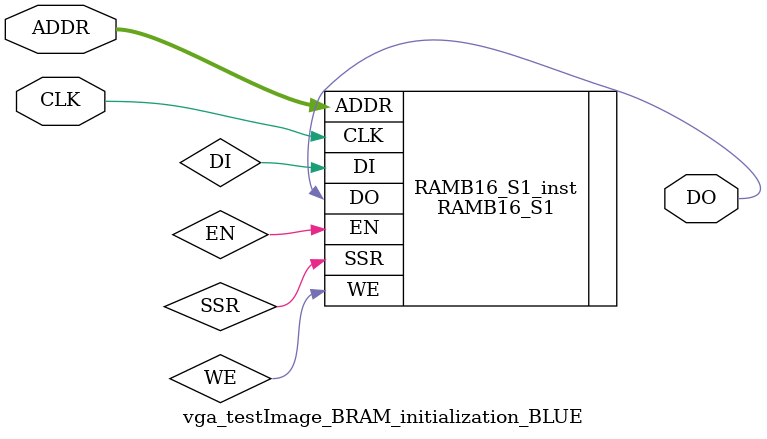
<source format=v>
`timescale 1ns / 1ps

module vga_testImage_BRAM_initialization_BLUE(
	input CLK,
	input [13:0] ADDR,
	output DO);
   // RAMB16_S1: 16kx1 Single-Port RAM
   //            Spartan-3E
   // Xilinx HDL Language Template, version 14.7
   RAMB16_S1 #(
      .INIT(1'b0),  // Value of output RAM registers at startup
      .SRVAL(1'b0), // Output value upon SSR assertion
      .WRITE_MODE("WRITE_FIRST"), // WRITE_FIRST, READ_FIRST or NO_CHANGE

      // The forllowing INIT_xx declarations specify the initial contents of the RAM
      // Address 0 to 4095
      .INIT_00(256'h0000000000000000000000000000000000000000000000000000000000000000),
      .INIT_01(256'h1111111111111111111111111111111111111111111111111111111111111111),
      .INIT_02(256'h0000000000000000000000000000000000000000000000000000000000000000),
      .INIT_03(256'h1111111111111111111111111111111111111111111111111111111111111111),
      .INIT_04(256'h0000000000000000000000000000000000000000000000000000000000000000),
      .INIT_05(256'h1111111111111111111111111111111111111111111111111111111111111111),
      .INIT_06(256'h0000000000000000000000000000000000000000000000000000000000000000),
      .INIT_07(256'h1111111111111111111111111111111111111111111111111111111111111111),
      .INIT_08(256'h0000000000000000000000000000000000000000000000000000000000000000),
      .INIT_09(256'h1111111111111111111111111111111111111111111111111111111111111111),
      .INIT_0A(256'h0000000000000000000000000000000000000000000000000000000000000000),
      .INIT_0B(256'h1111111111111111111111111111111111111111111111111111111111111111),
      .INIT_0C(256'h0000000000000000000000000000000000000000000000000000000000000000),
      .INIT_0D(256'h1111111111111111111111111111111111111111111111111111111111111111),
      .INIT_0E(256'h0000000000000000000000000000000000000000000000000000000000000000),
      .INIT_0F(256'h1111111111111111111111111111111111111111111111111111111111111111),
      // Address 4096 to 8191
      .INIT_10(256'h0000000000000000000000000000000000000000000000000000000000000000),
      .INIT_11(256'h1111111111111111111111111111111111111111111111111111111111111111),
      .INIT_12(256'h0000000000000000000000000000000000000000000000000000000000000000),
      .INIT_13(256'h1111111111111111111111111111111111111111111111111111111111111111),
      .INIT_14(256'h0000000000000000000000000000000000000000000000000000000000000000),
      .INIT_15(256'h1111111111111111111111111111111111111111111111111111111111111111),
      .INIT_16(256'h0000000000000000000000000000000000000000000000000000000000000000),
      .INIT_17(256'h1111111111111111111111111111111111111111111111111111111111111111),
      .INIT_18(256'h1111111111111111111111111111111111111111111111111111111111111111),
      .INIT_19(256'h1111111111111111111111111111111111111111111111111111111111111111),
      .INIT_1A(256'h1111111111111111111111111111111111111111111111111111111111111111),
      .INIT_1B(256'h1111111111111111111111111111111111111111111111111111111111111111),
      .INIT_1C(256'h1111111111111111111111111111111111111111111111111111111111111111),
      .INIT_1D(256'h1111111111111111111111111111111111111111111111111111111111111111),
      .INIT_1E(256'h1111111111111111111111111111111111111111111111111111111111111111),
      .INIT_1F(256'h1111111111111111111111111111111111111111111111111111111111111111),
      // Address 8192 to 12287
      .INIT_20(256'h1111111111111111111111111111111111111111111111111111111111111111),
      .INIT_21(256'h1111111111111111111111111111111111111111111111111111111111111111),
      .INIT_22(256'h1111111111111111111111111111111111111111111111111111111111111111),
      .INIT_23(256'h1111111111111111111111111111111111111111111111111111111111111111),
      .INIT_24(256'h0000000000000000000000000000000000000000000000000000000000000000),
      .INIT_25(256'h0000000000001111111111110000000000001111110000000000001111111111),
      .INIT_26(256'h0000000000001111110000000000000000001111110000000000000000000000),
      .INIT_27(256'h0000000000001111111111110000000000001111110000000000001111111111),
      .INIT_28(256'h0000000000001111110000000000000000001111110000000000000000000000),
      .INIT_29(256'h0000000000001111111111110000000000001111110000000000001111111111),
      .INIT_2A(256'h0000000000001111110000000000000000001111110000000000000000000000),
      .INIT_2B(256'h0000000000001111111111110000000000001111110000000000001111111111),
      .INIT_2C(256'h0000000000001111110000000000000000001111110000000000000000000000),
      .INIT_2D(256'h0000000000001111111111110000000000001111110000000000001111111111),
      .INIT_2E(256'h0000000000001111110000000000000000001111110000000000000000000000),
      .INIT_2F(256'h0000000000001111111111110000000000001111110000000000001111111111),
      // Address 12288 to 16383
      .INIT_30(256'h0000000000000000000000000000000000000000000000000000000000000000),
      .INIT_31(256'h0000000000000000000000000000000000000000000000000000000000000000),
      .INIT_32(256'h0000000000000000000000000000000000000000000000000000000000000000),
      .INIT_33(256'h0000000000000000000000000000000000000000000000000000000000000000),
      .INIT_34(256'h0000000000000000000000000000000000000000000000000000000000000000),
      .INIT_35(256'h0000000000000000000000000000000000000000000000000000000000000000),
      .INIT_36(256'h0000000000000000000000000000000000000000000000000000000000000000),
      .INIT_37(256'h0000000000000000000000000000000000000000000000000000000000000000),
      .INIT_38(256'h0000000000000000000000000000000000000000000000000000000000000000),
      .INIT_39(256'h0000000000000000000000000000000000000000000000000000000000000000),
      .INIT_3A(256'h0000000000000000000000000000000000000000000000000000000000000000),
      .INIT_3B(256'h0000000000000000000000000000000000000000000000000000000000000000),
      .INIT_3C(256'h0000000000000000000000000000000000000000000000000000000000000000),
      .INIT_3D(256'h0000000000000000000000000000000000000000000000000000000000000000),
      .INIT_3E(256'h0000000000000000000000000000000000000000000000000000000000000000),
      .INIT_3F(256'h0000000000000000000000000000000000000000000000000000000000000000)
   ) RAMB16_S1_inst (
      .DO(DO),      // 1-bit Data Output
      .ADDR(ADDR),  // 14-bit Address Input
      .CLK(CLK),    // Clock
      .DI(DI),      // 1-bit Data Input
      .EN(EN),      // RAM Enable Input
      .SSR(SSR),    // Synchronous Set/Reset Input
      .WE(WE)       // Write Enable Input
   );

  // End of RAMB16_S1_inst instantiation


endmodule

</source>
